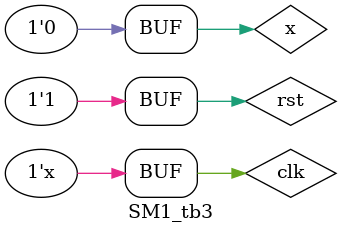
<source format=v>
`timescale 1ns / 1ps


module SM1_tb3();
reg clk, rst, x;
wire y;

SM1 U3 (clk, rst, x, y, state);

initial begin
    clk <= 0;
    rst <= 1;
    x <= 0;
    #10 rst <= 0;
    #10 rst <= 1;
    #20 x <= 1;
    #30 x <= 0;
end
always begin
    #5 clk = ~clk;
end

endmodule

</source>
